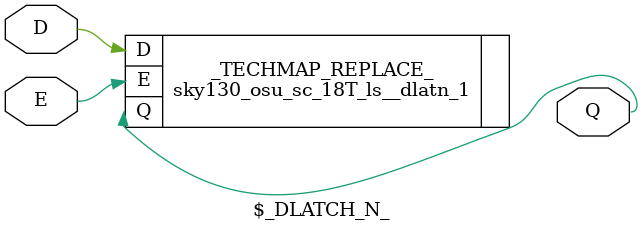
<source format=v>
module $_DLATCH_P_(input E, input D, output Q);
    sky130_osu_sc_18T_ls__dlat_1 _TECHMAP_REPLACE_ (
        .D(D),
        .E(E),
        .Q(Q)
        );
endmodule

module $_DLATCH_N_(input E, input D, output Q);
    sky130_osu_sc_18T_ls__dlatn_1 _TECHMAP_REPLACE_ (
        .D(D),
        .E(E),
        .Q(Q)
        );
endmodule

</source>
